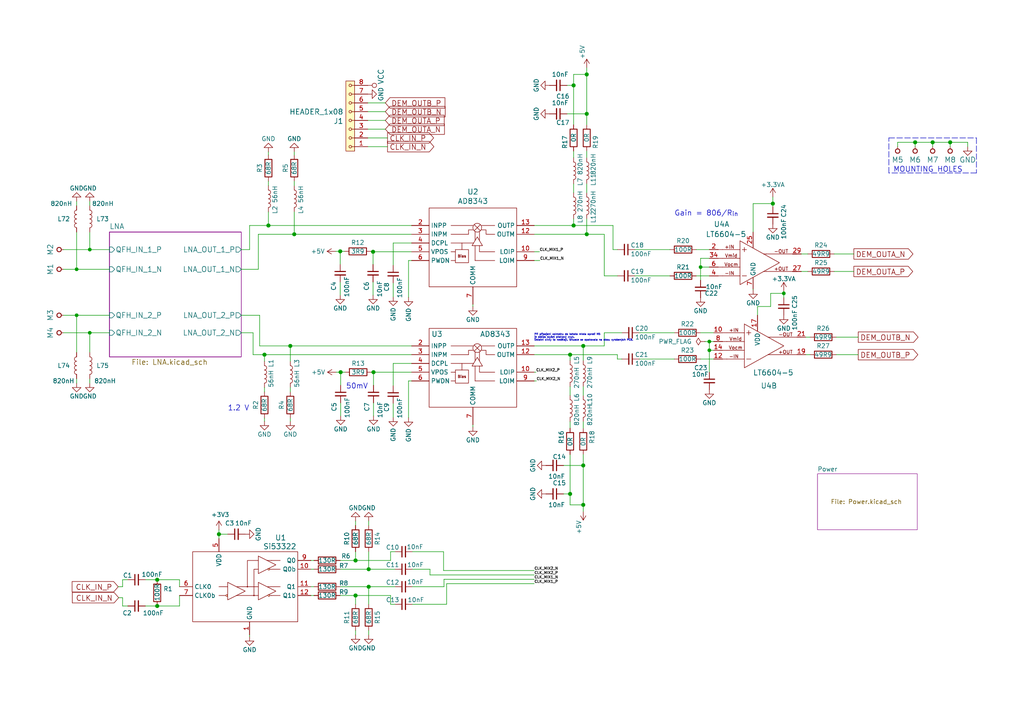
<source format=kicad_sch>
(kicad_sch (version 20211123) (generator eeschema)
  (paper "A4")
  (title_block (title "QFHMIX01E") (date "2022-07-31") (company "kaklik@mlab.cz") (comment 2 "Frontend for QFH active antenna"))
  (junction (at 108.204 73.025) (diameter 1.016))
  (junction (at 22.225 91.44))
  (junction (at 170.18 21.59) (diameter 1.016))
  (junction (at 63.5 154.94) (diameter 1.016))
  (junction (at 203.2 77.47))
  (junction (at 166.37 65.405) (diameter 1.016))
  (junction (at 84.201 100.33) (diameter 1.016))
  (junction (at 275.59 41.275) (diameter 1.016))
  (junction (at 77.851 65.405) (diameter 1.016))
  (junction (at 166.37 24.765) (diameter 1.016))
  (junction (at 205.74 101.6))
  (junction (at 76.708 102.87) (diameter 1.016))
  (junction (at 103.124 162.56) (diameter 1.016))
  (junction (at 165.354 102.87) (diameter 1.016))
  (junction (at 270.51 41.275) (diameter 1.016))
  (junction (at 26.035 96.52))
  (junction (at 103.124 172.72) (diameter 1.016))
  (junction (at 106.934 170.18) (diameter 1.016))
  (junction (at 22.225 78.105))
  (junction (at 98.679 72.898) (diameter 1.016))
  (junction (at 170.18 33.02) (diameter 1.016))
  (junction (at 205.74 99.06))
  (junction (at 265.43 41.275) (diameter 1.016))
  (junction (at 227.33 85.09))
  (junction (at 98.806 107.95) (diameter 1.016))
  (junction (at 169.164 135.001) (diameter 1.016))
  (junction (at 106.934 165.1) (diameter 1.016))
  (junction (at 169.164 100.33) (diameter 1.016))
  (junction (at 165.354 143.256) (diameter 1.016))
  (junction (at 108.331 107.95) (diameter 1.016))
  (junction (at 26.035 72.39))
  (junction (at 45.593 168.148) (diameter 1.016))
  (junction (at 224.155 59.055) (diameter 1.016))
  (junction (at 169.164 146.431) (diameter 1.016))
  (junction (at 170.18 67.945) (diameter 1.016))
  (junction (at 45.593 175.768) (diameter 1.016))
  (junction (at 85.344 67.945) (diameter 1.016))
  (wire (pts (xy 22.225 67.31) (xy 22.225 78.105)))
  (wire (pts (xy 154.94 73.025) (xy 156.464 73.025)))
  (wire (pts (xy 75.311 100.33) (xy 75.311 91.44)))
  (wire (pts (xy 154.94 75.565) (xy 156.591 75.565)))
  (wire (pts (xy 166.37 21.59) (xy 166.37 24.765)))
  (polyline (pts (xy 283.21 40.005) (xy 283.21 50.165)) (stroke (width 0) (type dash)))
  (wire (pts (xy 166.37 43.815) (xy 166.37 45.72)))
  (wire (pts (xy 170.18 19.685) (xy 170.18 21.59)))
  (wire (pts (xy 124.714 166.751) (xy 124.714 165.1)))
  (wire (pts (xy 72.39 65.405) (xy 72.39 72.39)))
  (wire (pts (xy 124.714 166.751) (xy 154.94 166.751)))
  (wire (pts (xy 169.164 114.681) (xy 169.164 112.141)))
  (wire (pts (xy 205.74 101.6) (xy 207.01 101.6)))
  (wire (pts (xy 165.354 146.431) (xy 169.164 146.431)))
  (wire (pts (xy 233.68 97.79) (xy 234.95 97.79)))
  (wire (pts (xy 108.204 73.025) (xy 108.204 72.898)))
  (wire (pts (xy 106.934 152.4) (xy 106.934 151.13)))
  (wire (pts (xy 106.934 165.1) (xy 114.554 165.1)))
  (wire (pts (xy 203.2 104.14) (xy 207.01 104.14)))
  (wire (pts (xy 26.035 59.69) (xy 26.035 58.42)))
  (wire (pts (xy 169.164 148.336) (xy 169.164 146.431)))
  (wire (pts (xy 84.201 122.174) (xy 84.201 121.285)))
  (polyline (pts (xy 257.81 40.005) (xy 283.21 40.005)) (stroke (width 0) (type dash)))
  (wire (pts (xy 106.934 182.88) (xy 106.934 184.15)))
  (wire (pts (xy 103.124 152.4) (xy 103.124 151.13)))
  (wire (pts (xy 154.94 102.87) (xy 165.354 102.87)))
  (wire (pts (xy 22.225 109.855) (xy 22.225 111.125)))
  (wire (pts (xy 177.8 65.405) (xy 177.8 72.39)))
  (wire (pts (xy 18.415 72.39) (xy 26.035 72.39)))
  (wire (pts (xy 106.68 40.005) (xy 112.395 40.005)))
  (wire (pts (xy 170.18 53.34) (xy 170.18 55.88)))
  (wire (pts (xy 242.57 97.79) (xy 248.92 97.79)))
  (wire (pts (xy 76.708 102.87) (xy 76.708 104.775)))
  (wire (pts (xy 76.708 122.174) (xy 76.708 121.285)))
  (wire (pts (xy 166.37 21.59) (xy 170.18 21.59)))
  (wire (pts (xy 170.18 63.5) (xy 170.18 67.945)))
  (wire (pts (xy 35.56 173.355) (xy 35.56 175.768)))
  (wire (pts (xy 42.164 175.768) (xy 45.593 175.768)))
  (wire (pts (xy 233.68 102.87) (xy 234.95 102.87)))
  (wire (pts (xy 164.465 33.02) (xy 170.18 33.02)))
  (wire (pts (xy 106.68 42.545) (xy 112.395 42.545)))
  (wire (pts (xy 175.26 96.52) (xy 175.26 100.33)))
  (wire (pts (xy 26.035 109.855) (xy 26.035 111.125)))
  (wire (pts (xy 201.93 72.39) (xy 205.74 72.39)))
  (wire (pts (xy 84.201 100.33) (xy 84.201 104.775)))
  (wire (pts (xy 35.56 168.148) (xy 37.084 168.148)))
  (wire (pts (xy 26.035 67.31) (xy 26.035 72.39)))
  (wire (pts (xy 280.67 42.545) (xy 280.67 41.275)))
  (wire (pts (xy 103.124 172.72) (xy 103.124 175.26)))
  (wire (pts (xy 169.164 100.33) (xy 175.26 100.33)))
  (wire (pts (xy 98.679 165.1) (xy 106.934 165.1)))
  (wire (pts (xy 203.2 77.47) (xy 205.74 77.47)))
  (wire (pts (xy 106.934 165.1) (xy 106.934 160.02)))
  (wire (pts (xy 119.634 170.18) (xy 128.778 170.18)))
  (wire (pts (xy 85.344 52.578) (xy 85.344 53.848)))
  (wire (pts (xy 107.696 107.95) (xy 108.331 107.95)))
  (wire (pts (xy 26.035 72.39) (xy 31.75 72.39)))
  (wire (pts (xy 119.38 105.41) (xy 114.046 105.41)))
  (wire (pts (xy 241.935 73.66) (xy 247.65 73.66)))
  (wire (pts (xy 180.34 96.52) (xy 175.26 96.52)))
  (wire (pts (xy 76.708 113.665) (xy 76.708 112.395)))
  (wire (pts (xy 98.806 107.95) (xy 100.076 107.95)))
  (wire (pts (xy 275.59 41.275) (xy 270.51 41.275)))
  (wire (pts (xy 98.806 107.95) (xy 98.806 111.76)))
  (wire (pts (xy 154.94 100.33) (xy 169.164 100.33)))
  (wire (pts (xy 52.07 175.768) (xy 52.07 172.72)))
  (wire (pts (xy 103.124 162.56) (xy 113.284 162.56)))
  (wire (pts (xy 119.634 175.26) (xy 129.54 175.26)))
  (wire (pts (xy 98.679 162.56) (xy 103.124 162.56)))
  (wire (pts (xy 166.37 53.34) (xy 166.37 55.88)))
  (wire (pts (xy 34.417 173.355) (xy 35.56 173.355)))
  (wire (pts (xy 76.708 102.87) (xy 73.406 102.87)))
  (wire (pts (xy 165.354 146.431) (xy 165.354 143.256)))
  (wire (pts (xy 227.33 85.09) (xy 227.33 86.36)))
  (wire (pts (xy 165.354 124.206) (xy 165.354 122.301)))
  (wire (pts (xy 108.204 73.025) (xy 108.204 76.708)))
  (wire (pts (xy 103.124 162.56) (xy 103.124 160.02)))
  (wire (pts (xy 63.5 153.67) (xy 63.5 154.94)))
  (wire (pts (xy 275.59 42.545) (xy 275.59 41.275)))
  (wire (pts (xy 154.94 107.95) (xy 155.448 107.95)))
  (wire (pts (xy 108.331 107.95) (xy 119.38 107.95)))
  (wire (pts (xy 179.07 104.14) (xy 179.07 102.87)))
  (wire (pts (xy 270.51 41.275) (xy 265.43 41.275)))
  (wire (pts (xy 203.2 74.93) (xy 205.74 74.93)))
  (wire (pts (xy 166.37 24.765) (xy 166.37 36.195)))
  (wire (pts (xy 26.035 96.52) (xy 26.035 102.235)))
  (wire (pts (xy 113.284 172.72) (xy 113.284 175.26)))
  (wire (pts (xy 18.415 91.44) (xy 22.225 91.44)))
  (wire (pts (xy 169.164 146.431) (xy 169.164 135.001)))
  (wire (pts (xy 175.26 80.01) (xy 179.07 80.01)))
  (wire (pts (xy 35.56 168.148) (xy 35.56 170.18)))
  (wire (pts (xy 205.74 101.6) (xy 205.74 107.95)))
  (wire (pts (xy 165.354 102.87) (xy 179.07 102.87)))
  (wire (pts (xy 77.851 65.405) (xy 72.39 65.405)))
  (wire (pts (xy 18.415 96.52) (xy 26.035 96.52)))
  (wire (pts (xy 114.046 105.41) (xy 114.046 111.887)))
  (wire (pts (xy 163.449 135.001) (xy 169.164 135.001)))
  (wire (pts (xy 22.225 78.105) (xy 31.75 78.105)))
  (wire (pts (xy 128.651 165.481) (xy 154.94 165.481)))
  (wire (pts (xy 90.17 165.1) (xy 91.059 165.1)))
  (wire (pts (xy 203.2 96.52) (xy 207.01 96.52)))
  (wire (pts (xy 90.17 162.56) (xy 91.059 162.56)))
  (wire (pts (xy 119.38 67.945) (xy 85.344 67.945)))
  (wire (pts (xy 224.155 57.15) (xy 224.155 59.055)))
  (wire (pts (xy 129.54 169.291) (xy 154.94 169.291)))
  (wire (pts (xy 224.155 59.944) (xy 224.155 59.055)))
  (wire (pts (xy 280.67 41.275) (xy 275.59 41.275)))
  (wire (pts (xy 84.201 100.33) (xy 75.311 100.33)))
  (wire (pts (xy 118.491 86.233) (xy 118.491 75.565)))
  (wire (pts (xy 108.204 81.788) (xy 108.204 85.598)))
  (wire (pts (xy 108.331 107.95) (xy 108.331 111.76)))
  (wire (pts (xy 108.331 116.84) (xy 108.331 120.65)))
  (wire (pts (xy 77.851 61.468) (xy 77.851 65.405)))
  (wire (pts (xy 241.935 78.74) (xy 247.65 78.74)))
  (wire (pts (xy 52.07 168.148) (xy 52.07 170.18)))
  (wire (pts (xy 106.68 29.845) (xy 111.76 29.845)))
  (wire (pts (xy 203.2 77.47) (xy 203.2 74.93)))
  (wire (pts (xy 166.37 63.5) (xy 166.37 65.405)))
  (wire (pts (xy 227.33 84.455) (xy 227.33 85.09)))
  (wire (pts (xy 90.17 170.18) (xy 91.059 170.18)))
  (wire (pts (xy 205.74 99.06) (xy 205.74 101.6)))
  (wire (pts (xy 76.708 102.87) (xy 119.38 102.87)))
  (wire (pts (xy 98.679 81.788) (xy 98.679 85.598)))
  (wire (pts (xy 166.37 65.405) (xy 177.8 65.405)))
  (wire (pts (xy 63.5 154.94) (xy 63.5 156.21)))
  (wire (pts (xy 265.43 41.275) (xy 260.35 41.275)))
  (wire (pts (xy 260.35 41.275) (xy 260.35 42.545)))
  (wire (pts (xy 128.778 170.18) (xy 128.778 168.021)))
  (wire (pts (xy 119.38 70.485) (xy 114.046 70.485)))
  (wire (pts (xy 164.465 24.765) (xy 166.37 24.765)))
  (wire (pts (xy 103.124 182.88) (xy 103.124 184.15)))
  (polyline (pts (xy 257.81 50.165) (xy 257.81 40.005)) (stroke (width 0) (type dash)))
  (wire (pts (xy 106.68 37.465) (xy 111.76 37.465)))
  (wire (pts (xy 201.93 80.01) (xy 205.74 80.01)))
  (wire (pts (xy 103.124 172.72) (xy 113.284 172.72)))
  (wire (pts (xy 154.94 67.945) (xy 170.18 67.945)))
  (wire (pts (xy 74.93 67.945) (xy 74.93 78.105)))
  (wire (pts (xy 204.47 99.06) (xy 205.74 99.06)))
  (wire (pts (xy 113.284 160.02) (xy 114.554 160.02)))
  (wire (pts (xy 218.44 59.055) (xy 224.155 59.055)))
  (wire (pts (xy 85.344 67.945) (xy 74.93 67.945)))
  (wire (pts (xy 119.38 73.025) (xy 108.204 73.025)))
  (wire (pts (xy 118.491 110.49) (xy 119.38 110.49)))
  (wire (pts (xy 22.225 102.235) (xy 22.225 91.44)))
  (wire (pts (xy 18.415 78.105) (xy 22.225 78.105)))
  (wire (pts (xy 137.16 88.265) (xy 137.16 88.9)))
  (wire (pts (xy 270.51 42.545) (xy 270.51 41.275)))
  (wire (pts (xy 45.593 175.768) (xy 52.07 175.768)))
  (wire (pts (xy 114.046 82.042) (xy 114.046 86.106)))
  (wire (pts (xy 232.41 78.74) (xy 234.315 78.74)))
  (wire (pts (xy 119.38 65.405) (xy 77.851 65.405)))
  (wire (pts (xy 113.284 162.56) (xy 113.284 160.02)))
  (wire (pts (xy 219.71 91.44) (xy 219.71 88.9)))
  (wire (pts (xy 118.491 121.158) (xy 118.491 110.49)))
  (wire (pts (xy 163.449 143.256) (xy 165.354 143.256)))
  (wire (pts (xy 26.035 96.52) (xy 31.75 96.52)))
  (wire (pts (xy 42.164 168.148) (xy 45.593 168.148)))
  (wire (pts (xy 107.569 72.898) (xy 108.204 72.898)))
  (wire (pts (xy 219.71 88.9) (xy 223.52 88.9)))
  (wire (pts (xy 154.94 65.405) (xy 166.37 65.405)))
  (wire (pts (xy 74.93 78.105) (xy 69.977 78.105)))
  (wire (pts (xy 170.18 33.02) (xy 170.18 36.195)))
  (wire (pts (xy 98.679 172.72) (xy 103.124 172.72)))
  (wire (pts (xy 128.651 165.481) (xy 128.651 160.02)))
  (wire (pts (xy 265.43 42.545) (xy 265.43 41.275)))
  (wire (pts (xy 170.18 43.815) (xy 170.18 45.72)))
  (wire (pts (xy 106.934 170.18) (xy 106.934 175.26)))
  (wire (pts (xy 129.54 175.26) (xy 129.54 169.291)))
  (wire (pts (xy 169.164 100.33) (xy 169.164 104.521)))
  (wire (pts (xy 97.536 107.95) (xy 98.806 107.95)))
  (wire (pts (xy 175.26 67.945) (xy 175.26 80.01)))
  (wire (pts (xy 137.16 123.19) (xy 137.16 123.825)))
  (wire (pts (xy 85.344 44.069) (xy 85.344 44.958)))
  (wire (pts (xy 223.52 88.9) (xy 223.52 85.09)))
  (wire (pts (xy 45.593 168.148) (xy 52.07 168.148)))
  (wire (pts (xy 223.52 85.09) (xy 227.33 85.09)))
  (wire (pts (xy 203.2 77.47) (xy 203.2 81.28)))
  (wire (pts (xy 22.225 91.44) (xy 31.75 91.44)))
  (wire (pts (xy 98.679 72.898) (xy 99.949 72.898)))
  (wire (pts (xy 242.57 102.87) (xy 248.92 102.87)))
  (wire (pts (xy 205.74 99.06) (xy 207.01 99.06)))
  (wire (pts (xy 119.38 100.33) (xy 84.201 100.33)))
  (wire (pts (xy 73.406 102.87) (xy 73.406 96.52)))
  (wire (pts (xy 154.94 110.49) (xy 155.575 110.49)))
  (wire (pts (xy 165.354 102.87) (xy 165.354 104.521)))
  (wire (pts (xy 118.491 75.565) (xy 119.38 75.565)))
  (wire (pts (xy 22.225 59.69) (xy 22.225 58.42)))
  (wire (pts (xy 77.851 52.578) (xy 77.851 53.848)))
  (wire (pts (xy 90.17 172.72) (xy 91.059 172.72)))
  (wire (pts (xy 119.634 160.02) (xy 128.651 160.02)))
  (wire (pts (xy 169.164 124.206) (xy 169.164 122.301)))
  (wire (pts (xy 106.68 32.385) (xy 111.76 32.385)))
  (wire (pts (xy 169.164 135.001) (xy 169.164 131.826)))
  (wire (pts (xy 106.68 34.925) (xy 111.76 34.925)))
  (wire (pts (xy 114.046 70.485) (xy 114.046 76.962)))
  (wire (pts (xy 177.8 72.39) (xy 179.07 72.39)))
  (wire (pts (xy 75.311 91.44) (xy 69.977 91.44)))
  (wire (pts (xy 232.41 73.66) (xy 234.315 73.66)))
  (wire (pts (xy 185.42 104.14) (xy 195.58 104.14)))
  (wire (pts (xy 170.18 67.945) (xy 175.26 67.945)))
  (wire (pts (xy 34.29 170.18) (xy 35.56 170.18)))
  (wire (pts (xy 85.344 61.468) (xy 85.344 67.945)))
  (wire (pts (xy 98.679 72.898) (xy 98.679 76.708)))
  (wire (pts (xy 72.39 72.39) (xy 69.977 72.39)))
  (wire (pts (xy 218.44 83.82) (xy 218.44 84.074)))
  (wire (pts (xy 98.806 116.84) (xy 98.806 120.65)))
  (wire (pts (xy 106.934 170.18) (xy 114.554 170.18)))
  (wire (pts (xy 119.634 165.1) (xy 124.714 165.1)))
  (wire (pts (xy 113.284 175.26) (xy 114.554 175.26)))
  (wire (pts (xy 184.15 72.39) (xy 194.31 72.39)))
  (wire (pts (xy 114.046 116.967) (xy 114.046 121.031)))
  (wire (pts (xy 66.04 154.94) (xy 63.5 154.94)))
  (wire (pts (xy 77.851 44.069) (xy 77.851 44.958)))
  (wire (pts (xy 180.34 104.14) (xy 179.07 104.14)))
  (wire (pts (xy 170.18 21.59) (xy 170.18 33.02)))
  (wire (pts (xy 98.679 170.18) (xy 106.934 170.18)))
  (wire (pts (xy 35.56 175.768) (xy 37.084 175.768)))
  (wire (pts (xy 218.44 67.31) (xy 218.44 59.055)))
  (wire (pts (xy 165.354 114.681) (xy 165.354 112.141)))
  (wire (pts (xy 73.406 96.52) (xy 69.977 96.52)))
  (wire (pts (xy 72.39 184.15) (xy 72.39 184.658)))
  (wire (pts (xy 97.409 72.898) (xy 98.679 72.898)))
  (wire (pts (xy 128.778 168.021) (xy 154.94 168.021)))
  (wire (pts (xy 165.354 143.256) (xy 165.354 131.826)))
  (wire (pts (xy 184.15 80.01) (xy 194.31 80.01)))
  (wire (pts (xy 84.201 113.665) (xy 84.201 112.395)))
  (wire (pts (xy 185.42 96.52) (xy 195.58 96.52)))
  (polyline (pts (xy 283.21 50.165) (xy 257.81 50.165)) (stroke (width 0) (type dash)))
  (text "50mV " (at 100.33 113.03 0) (effects (font (size 1.524 1.524)) (justify left bottom)))
  (text "1.2 V" (at 66.04 119.38 0) (effects (font (size 1.524 1.524)) (justify left bottom)))
  (text "Při připojení volmetru do tohoto místa oproti M5\nje občas slyšet písklavý zvuk.\nOstatní cívky to nedělají. Situace se opakovala na obou vyrobených PCB.  " (at 154.94 99.06 0) (effects (font (size 0.508 0.508)) (justify left bottom)))
  (text "MOUNTING HOLES" (at 259.08 50.165 0) (effects (font (size 1.524 1.524)) (justify left bottom)))
  (text "Gain = 806/R_{in}" (at 195.58 62.865 0) (effects (font (size 1.524 1.524)) (justify left bottom)))
  (label "CLK_MIX1_N" (at 156.591 75.565 0) (effects (font (size 0.762 0.762))))
  (label "CLK_MIX2_N" (at 155.575 110.49 0) (effects (font (size 0.762 0.762))))
  (label "CLK_MIX1_N" (at 154.94 168.021 0) (effects (font (size 0.762 0.762))))
  (label "CLK_MIX2_P" (at 155.448 107.95 0) (effects (font (size 0.762 0.762))))
  (label "CLK_MIX1_P" (at 154.94 169.291 0) (effects (font (size 0.762 0.762))))
  (label "CLK_MIX2_N" (at 154.94 165.481 0) (effects (font (size 0.762 0.762))))
  (label "CLK_MIX1_P" (at 156.464 73.025 0) (effects (font (size 0.762 0.762))))
  (label "CLK_MIX2_P" (at 154.94 166.751 0) (effects (font (size 0.762 0.762))))
  (global_label "DEM_OUTB_P" (shape input) (at 111.76 29.845 0) (effects (font (size 1.524 1.524))) (property "Intersheet References" "${INTERSHEET_REFS}" (effects hide)))
  (global_label "CLK_IN_P" (shape input) (at 34.29 170.18 180) (effects (font (size 1.524 1.524))) (property "Intersheet References" "${INTERSHEET_REFS}" (effects hide)))
  (global_label "DEM_OUTA_N" (shape input) (at 111.76 37.465 0) (effects (font (size 1.524 1.524))) (property "Intersheet References" "${INTERSHEET_REFS}" (effects hide)))
  (global_label "CLK_IN_P" (shape output) (at 112.395 40.005 0) (effects (font (size 1.524 1.524))) (property "Intersheet References" "${INTERSHEET_REFS}" (effects hide)))
  (global_label "DEM_OUTA_P" (shape input) (at 111.76 34.925 0) (effects (font (size 1.524 1.524))) (property "Intersheet References" "${INTERSHEET_REFS}" (effects hide)))
  (global_label "DEM_OUTB_N" (shape output) (at 248.92 97.79 0) (effects (font (size 1.524 1.524))) (property "Intersheet References" "${INTERSHEET_REFS}" (effects hide)))
  (global_label "DEM_OUTB_P" (shape output) (at 248.92 102.87 0) (effects (font (size 1.524 1.524))) (property "Intersheet References" "${INTERSHEET_REFS}" (effects hide)))
  (global_label "DEM_OUTB_N" (shape input) (at 111.76 32.385 0) (effects (font (size 1.524 1.524))) (property "Intersheet References" "${INTERSHEET_REFS}" (effects hide)))
  (global_label "CLK_IN_N" (shape output) (at 112.395 42.545 0) (effects (font (size 1.524 1.524))) (property "Intersheet References" "${INTERSHEET_REFS}" (effects hide)))
  (global_label "DEM_OUTA_P" (shape output) (at 247.65 78.74 0) (effects (font (size 1.524 1.524))) (property "Intersheet References" "${INTERSHEET_REFS}" (effects hide)))
  (global_label "DEM_OUTA_N" (shape output) (at 247.65 73.66 0) (effects (font (size 1.524 1.524))) (property "Intersheet References" "${INTERSHEET_REFS}" (effects hide)))
  (global_label "CLK_IN_N" (shape input) (at 34.417 173.355 180) (effects (font (size 1.524 1.524))) (property "Intersheet References" "${INTERSHEET_REFS}" (effects hide)))
  (symbol (lib_id "QFHMIX01C-rescue:HOLE-MLAB_MECHANICAL") (at 260.35 43.815 90) (unit 1)
    (property "Reference" "M5" (at 260.35 46.355 90) (effects (font (size 1.524 1.524))))
    (property "Value" "HOLE" (effects hide))
    (property "Footprint" "Mlab_Mechanical:MountingHole_3mm" (effects hide))
  )
  (symbol (lib_id "QFHMIX01C-rescue:HOLE-MLAB_MECHANICAL") (at 265.43 43.815 90) (unit 1)
    (property "Reference" "M6" (at 265.43 46.355 90) (effects (font (size 1.524 1.524))))
    (property "Value" "HOLE" (effects hide))
    (property "Footprint" "Mlab_Mechanical:MountingHole_3mm" (effects hide))
  )
  (symbol (lib_id "QFHMIX01C-rescue:HOLE-MLAB_MECHANICAL") (at 270.51 43.815 90) (unit 1)
    (property "Reference" "M7" (at 270.51 46.355 90) (effects (font (size 1.524 1.524))))
    (property "Value" "HOLE" (effects hide))
    (property "Footprint" "Mlab_Mechanical:MountingHole_3mm" (effects hide))
  )
  (symbol (lib_id "QFHMIX01C-rescue:HOLE-MLAB_MECHANICAL") (at 275.59 43.815 90) (unit 1)
    (property "Reference" "M8" (at 275.59 46.355 90) (effects (font (size 1.524 1.524))))
    (property "Value" "HOLE" (effects hide))
    (property "Footprint" "Mlab_Mechanical:MountingHole_3mm" (effects hide))
  )
  (symbol (lib_id "QFHMIX01C-rescue:GND-power-QFHMIX01B-rescue") (at 280.67 42.545 0) (unit 1)
    (property "Reference" "#PWR041" (effects hide))
    (property "Value" "GND" (at 280.67 46.355 0) (effects (font (size 1.524 1.524))))
  )
  (symbol (lib_id "QFHMIX01C-rescue:R-device-QFHMIX01B-rescue") (at 198.12 72.39 270) (unit 1)
    (property "Reference" "R20" (at 198.12 69.85 90))
    (property "Value" "100R" (at 198.12 72.39 90))
    (property "Footprint" "Resistor_SMD:R_0603_1608Metric" (effects hide))
    (property "UST_ID" "5c70984512875079b91f8956" (effects hide))
  )
  (symbol (lib_id "QFHMIX01C-rescue:R-device-QFHMIX01B-rescue") (at 198.12 80.01 270) (unit 1)
    (property "Reference" "R21" (at 198.12 77.47 90))
    (property "Value" "100R" (at 198.12 80.01 90))
    (property "Footprint" "Resistor_SMD:R_0603_1608Metric" (effects hide))
    (property "UST_ID" "5c70984512875079b91f8956" (effects hide))
  )
  (symbol (lib_id "QFHMIX01C-rescue:R-device-QFHMIX01B-rescue") (at 199.39 96.52 270) (unit 1)
    (property "Reference" "R22" (at 199.39 93.98 90))
    (property "Value" "100R" (at 199.39 96.52 90))
    (property "Footprint" "Resistor_SMD:R_0603_1608Metric" (effects hide))
    (property "UST_ID" "5c70984512875079b91f8956" (effects hide))
  )
  (symbol (lib_id "QFHMIX01C-rescue:R-device-QFHMIX01B-rescue") (at 199.39 104.14 270) (unit 1)
    (property "Reference" "R23" (at 199.39 101.6 90))
    (property "Value" "100R" (at 199.39 104.14 90))
    (property "Footprint" "Resistor_SMD:R_0603_1608Metric" (effects hide))
    (property "UST_ID" "5c70984512875079b91f8956" (effects hide))
  )
  (symbol (lib_id "QFHMIX01C-rescue:C_Small-device-QFHMIX01B-rescue") (at 117.094 170.18 90) (unit 1)
    (property "Reference" "C12" (at 115.824 168.91 90) (effects (justify left)))
    (property "Value" "10nF" (at 122.936 168.783 90) (effects (justify left)))
    (property "Footprint" "Capacitor_SMD:C_0603_1608Metric" (effects hide))
    (property "UST_ID" "5c70984812875079b91f8bef" (effects hide))
  )
  (symbol (lib_id "QFHMIX01C-rescue:C_Small-device-QFHMIX01B-rescue") (at 117.094 160.02 90) (unit 1)
    (property "Reference" "C10" (at 115.824 158.75 90) (effects (justify left)))
    (property "Value" "10nF" (at 122.809 158.623 90) (effects (justify left)))
    (property "Footprint" "Capacitor_SMD:C_0603_1608Metric" (effects hide))
    (property "UST_ID" "5c70984812875079b91f8bef" (effects hide))
  )
  (symbol (lib_id "QFHMIX01C-rescue:C_Small-device-QFHMIX01B-rescue") (at 117.094 175.26 90) (unit 1)
    (property "Reference" "C13" (at 115.824 173.99 90) (effects (justify left)))
    (property "Value" "10nF" (at 123.063 173.99 90) (effects (justify left)))
    (property "Footprint" "Capacitor_SMD:C_0603_1608Metric" (effects hide))
    (property "UST_ID" "5c70984812875079b91f8bef" (effects hide))
  )
  (symbol (lib_id "QFHMIX01C-rescue:+5V-power-QFHMIX01B-rescue") (at 97.409 72.898 90) (unit 1)
    (property "Reference" "#PWR08" (effects hide))
    (property "Value" "+5V" (at 94.234 72.898 90) (effects (justify left)))
  )
  (symbol (lib_id "QFHMIX01C-rescue:C_Small-device-QFHMIX01B-rescue") (at 114.046 79.502 0) (unit 1)
    (property "Reference" "C8" (at 112.141 84.582 90) (effects (justify left)))
    (property "Value" "100nF" (at 115.951 86.487 90) (effects (justify left)))
    (property "Footprint" "Capacitor_SMD:C_0603_1608Metric" (effects hide))
    (property "UST_ID" "5c70984812875079b91f8bf2" (effects hide))
  )
  (symbol (lib_id "QFHMIX01C-rescue:GND-power-QFHMIX01B-rescue") (at 137.16 88.9 0) (unit 1)
    (property "Reference" "#PWR024" (effects hide))
    (property "Value" "GND" (at 137.16 92.71 0))
  )
  (symbol (lib_id "QFHMIX01C-rescue:C_Small-device-QFHMIX01B-rescue") (at 68.58 154.94 90) (unit 1)
    (property "Reference" "C3" (at 67.945 151.765 90) (effects (justify left)))
    (property "Value" "10nF" (at 73.025 151.765 90) (effects (justify left)))
    (property "Footprint" "Capacitor_SMD:C_0603_1608Metric" (effects hide))
    (property "UST_ID" "5c70984812875079b91f8bef" (effects hide))
  )
  (symbol (lib_id "QFHMIX01C-rescue:GND-power-QFHMIX01B-rescue") (at 71.12 154.94 90) (unit 1)
    (property "Reference" "#PWR02" (effects hide))
    (property "Value" "GND" (at 74.93 154.94 0))
  )
  (symbol (lib_id "QFHMIX01C-rescue:R-device-QFHMIX01B-rescue") (at 94.869 162.56 270) (unit 1)
    (property "Reference" "R6" (at 100.33 161.29 90))
    (property "Value" "130R" (at 94.869 162.56 90))
    (property "Footprint" "Resistor_SMD:R_0603_1608Metric" (effects hide))
    (property "UST_ID" "5cd08b17128750448e4542b1" (effects hide))
  )
  (symbol (lib_id "QFHMIX01C-rescue:C_Small-device-QFHMIX01B-rescue") (at 161.925 24.765 270) (unit 1)
    (property "Reference" "C16" (at 161.29 27.94 90) (effects (justify left)))
    (property "Value" "10nF" (at 160.02 21.59 90) (effects (justify left)))
    (property "Footprint" "Capacitor_SMD:C_0603_1608Metric" (effects hide))
    (property "UST_ID" "5c70984812875079b91f8bef" (effects hide))
  )
  (symbol (lib_id "QFHMIX01C-rescue:C_Small-device-QFHMIX01B-rescue") (at 203.2 83.82 180) (unit 1)
    (property "Reference" "C22" (at 208.28 85.09 0) (effects (justify left)))
    (property "Value" "10nF" (at 209.55 83.185 0) (effects (justify left)))
    (property "Footprint" "Capacitor_SMD:C_0603_1608Metric" (effects hide))
    (property "UST_ID" "5c70984812875079b91f8bef" (effects hide))
  )
  (symbol (lib_id "QFHMIX01C-rescue:C_Small-device-QFHMIX01B-rescue") (at 205.74 110.49 0) (unit 1)
    (property "Reference" "C23" (at 201.295 106.68 0) (effects (justify left)))
    (property "Value" "10nF" (at 200.66 108.585 0) (effects (justify left)))
    (property "Footprint" "Capacitor_SMD:C_0603_1608Metric" (effects hide))
    (property "UST_ID" "5c70984812875079b91f8bef" (effects hide))
  )
  (symbol (lib_id "QFHMIX01C-rescue:GND-power-QFHMIX01B-rescue") (at 159.385 33.02 270) (unit 1)
    (property "Reference" "#PWR029" (effects hide))
    (property "Value" "GND" (at 155.575 33.02 0))
  )
  (symbol (lib_id "QFHMIX01C-rescue:C_Small-device-QFHMIX01B-rescue") (at 161.925 33.02 270) (unit 1)
    (property "Reference" "C17" (at 161.29 35.56 90) (effects (justify left)))
    (property "Value" "10nF" (at 160.02 29.845 90) (effects (justify left)))
    (property "Footprint" "Capacitor_SMD:C_0603_1608Metric" (effects hide))
    (property "UST_ID" "5c70984812875079b91f8bef" (effects hide))
  )
  (symbol (lib_id "QFHMIX01C-rescue:GND-power-QFHMIX01B-rescue") (at 159.385 24.765 270) (unit 1)
    (property "Reference" "#PWR028" (effects hide))
    (property "Value" "GND" (at 155.575 24.765 0))
  )
  (symbol (lib_id "QFHMIX01C-rescue:GND-power-QFHMIX01B-rescue") (at 205.74 113.03 0) (unit 1)
    (property "Reference" "#PWR033" (effects hide))
    (property "Value" "GND" (at 205.74 116.84 0))
  )
  (symbol (lib_id "QFHMIX01C-rescue:GND-power-QFHMIX01B-rescue") (at 203.2 86.36 0) (unit 1)
    (property "Reference" "#PWR032" (effects hide))
    (property "Value" "GND" (at 203.2 90.17 0))
  )
  (symbol (lib_id "QFHMIX01C-rescue:+5V-power-QFHMIX01B-rescue") (at 170.18 19.685 0) (unit 1)
    (property "Reference" "#PWR031" (effects hide))
    (property "Value" "+5V" (at 168.91 17.145 90) (effects (justify left)))
  )
  (symbol (lib_id "QFHMIX01C-rescue:C_Small-device-QFHMIX01B-rescue") (at 181.61 72.39 270) (unit 1)
    (property "Reference" "C18" (at 182.88 71.12 90) (effects (justify left)))
    (property "Value" "100nF" (at 182.88 73.66 90) (effects (justify left)))
    (property "Footprint" "Capacitor_SMD:C_0603_1608Metric" (effects hide))
    (property "UST_ID" "5c70984812875079b91f8bf2" (effects hide))
  )
  (symbol (lib_id "QFHMIX01C-rescue:C_Small-device-QFHMIX01B-rescue") (at 181.61 80.01 270) (unit 1)
    (property "Reference" "C19" (at 182.88 78.74 90) (effects (justify left)))
    (property "Value" "100nF" (at 182.88 81.28 90) (effects (justify left)))
    (property "Footprint" "Capacitor_SMD:C_0603_1608Metric" (effects hide))
    (property "UST_ID" "5c70984812875079b91f8bf2" (effects hide))
  )
  (symbol (lib_id "QFHMIX01C-rescue:C_Small-device-QFHMIX01B-rescue") (at 182.88 96.52 270) (unit 1)
    (property "Reference" "C20" (at 184.15 95.25 90) (effects (justify left)))
    (property "Value" "100nF" (at 184.15 97.79 90) (effects (justify left)))
    (property "Footprint" "Capacitor_SMD:C_0603_1608Metric" (effects hide))
    (property "UST_ID" "5c70984812875079b91f8bf2" (effects hide))
  )
  (symbol (lib_id "QFHMIX01C-rescue:C_Small-device-QFHMIX01B-rescue") (at 182.88 104.14 270) (unit 1)
    (property "Reference" "C21" (at 184.15 102.87 90) (effects (justify left)))
    (property "Value" "100nF" (at 184.15 105.41 90) (effects (justify left)))
    (property "Footprint" "Capacitor_SMD:C_0603_1608Metric" (effects hide))
    (property "UST_ID" "5c70984812875079b91f8bf2" (effects hide))
  )
  (symbol (lib_id "QFHMIX01C-rescue:GND-power-QFHMIX01B-rescue") (at 114.046 86.106 0) (unit 1)
    (property "Reference" "#PWR020" (effects hide))
    (property "Value" "GND" (at 114.046 91.186 90))
  )
  (symbol (lib_id "QFHMIX01C-rescue:C_Small-device-QFHMIX01B-rescue") (at 224.155 62.484 0) (unit 1)
    (property "Reference" "C24" (at 227.33 63.119 90) (effects (justify left)))
    (property "Value" "100nF" (at 227.33 69.469 90) (effects (justify left)))
    (property "Footprint" "Capacitor_SMD:C_0603_1608Metric" (effects hide))
    (property "UST_ID" "5c70984812875079b91f8bf2" (effects hide))
  )
  (symbol (lib_id "QFHMIX01C-rescue:GND-power-QFHMIX01B-rescue") (at 224.155 65.024 0) (unit 1)
    (property "Reference" "#PWR036" (effects hide))
    (property "Value" "GND" (at 224.155 68.834 0))
  )
  (symbol (lib_id "QFHMIX01C-rescue:GND-power-QFHMIX01B-rescue") (at 218.44 84.074 0) (unit 1)
    (property "Reference" "#PWR034" (effects hide))
    (property "Value" "GND" (at 218.44 87.884 0))
  )
  (symbol (lib_id "QFHMIX01C-rescue:R-device-QFHMIX01B-rescue") (at 103.124 156.21 0) (unit 1)
    (property "Reference" "R10" (at 100.584 156.21 90))
    (property "Value" "68R" (at 103.124 156.21 90))
    (property "Footprint" "Resistor_SMD:R_0603_1608Metric" (effects hide))
    (property "UST_ID" "60d3338b128750016518cad5" (effects hide))
  )
  (symbol (lib_id "QFHMIX01C-rescue:R-device-QFHMIX01B-rescue") (at 106.934 156.21 0) (unit 1)
    (property "Reference" "R14" (at 109.474 156.21 90))
    (property "Value" "68R" (at 106.934 156.21 90))
    (property "Footprint" "Resistor_SMD:R_0603_1608Metric" (effects hide))
    (property "UST_ID" "60d3338b128750016518cad5" (effects hide))
  )
  (symbol (lib_id "QFHMIX01C-rescue:C_Small-device-QFHMIX01B-rescue") (at 227.33 88.9 0) (unit 1)
    (property "Reference" "C25" (at 230.505 89.535 90) (effects (justify left)))
    (property "Value" "100nF" (at 230.505 95.885 90) (effects (justify left)))
    (property "Footprint" "Capacitor_SMD:C_0603_1608Metric" (effects hide))
    (property "UST_ID" "5c70984812875079b91f8bf2" (effects hide))
  )
  (symbol (lib_id "QFHMIX01C-rescue:GND-power-QFHMIX01B-rescue") (at 227.33 91.44 0) (unit 1)
    (property "Reference" "#PWR038" (effects hide))
    (property "Value" "GND" (at 227.33 95.25 0))
  )
  (symbol (lib_id "QFHMIX01C-rescue:C_Small-device-QFHMIX01B-rescue") (at 117.094 165.1 90) (unit 1)
    (property "Reference" "C11" (at 115.824 163.83 90) (effects (justify left)))
    (property "Value" "10nF" (at 122.936 163.83 90) (effects (justify left)))
    (property "Footprint" "Capacitor_SMD:C_0603_1608Metric" (effects hide))
    (property "UST_ID" "5c70984812875079b91f8bef" (effects hide))
  )
  (symbol (lib_id "QFHMIX01C-rescue:HEADER_1x08-MLAB_HEADER") (at 101.6 33.655 180) (unit 1)
    (property "Reference" "J1" (at 99.6188 35.1282 0) (effects (font (size 1.524 1.524)) (justify left)))
    (property "Value" "HEADER_1x08" (at 99.6188 32.4358 0) (effects (font (size 1.524 1.524)) (justify left)))
    (property "Footprint" "Mlab_CON:IDC381-8-110" (effects hide))
    (property "Datasheet" "https://www.tme.eu/Document/4e9cf481f3d9b179aa09f3a743bc9b2b/IDC381-x-110_KRONE.pdf" (effects hide))
    (property "UST_ID" "5c70984712875079b91f8b89" (effects hide))
  )
  (symbol (lib_id "QFHMIX01C-rescue:GND-power-QFHMIX01B-rescue") (at 106.68 27.305 90) (unit 1)
    (property "Reference" "#PWR015" (effects hide))
    (property "Value" "GND" (at 110.49 27.305 0))
  )
  (symbol (lib_id "QFHMIX01C-rescue:R-device-QFHMIX01B-rescue") (at 103.124 179.07 0) (unit 1)
    (property "Reference" "R11" (at 100.584 179.07 90))
    (property "Value" "68R" (at 103.124 179.07 90))
    (property "Footprint" "Resistor_SMD:R_0603_1608Metric" (effects hide))
    (property "UST_ID" "60d3338b128750016518cad5" (effects hide))
  )
  (symbol (lib_id "QFHMIX01C-rescue:R-device-QFHMIX01B-rescue") (at 106.934 179.07 0) (unit 1)
    (property "Reference" "R15" (at 109.474 179.07 90))
    (property "Value" "68R" (at 106.934 179.07 90))
    (property "Footprint" "Resistor_SMD:R_0603_1608Metric" (effects hide))
    (property "UST_ID" "60d3338b128750016518cad5" (effects hide))
  )
  (symbol (lib_id "QFHMIX01C-rescue:VCC-power-QFHMIX01B-rescue") (at 106.68 24.765 270) (unit 1)
    (property "Reference" "#PWR014" (effects hide))
    (property "Value" "VCC" (at 110.49 22.225 0) (effects (font (size 1.524 1.524))))
  )
  (symbol (lib_id "QFHMIX01C-rescue:GND-power-QFHMIX01B-rescue") (at 103.124 184.15 0) (unit 1)
    (property "Reference" "#PWR013" (effects hide))
    (property "Value" "GND" (at 103.124 187.96 0))
  )
  (symbol (lib_id "QFHMIX01C-rescue:GND-power-QFHMIX01B-rescue") (at 106.934 184.15 0) (unit 1)
    (property "Reference" "#PWR017" (effects hide))
    (property "Value" "GND" (at 106.934 187.96 0))
  )
  (symbol (lib_id "QFHMIX01C-rescue:GND-power-QFHMIX01B-rescue") (at 103.124 151.13 180) (unit 1)
    (property "Reference" "#PWR012" (effects hide))
    (property "Value" "GND" (at 103.124 147.32 0))
  )
  (symbol (lib_id "QFHMIX01C-rescue:GND-power-QFHMIX01B-rescue") (at 106.934 151.13 180) (unit 1)
    (property "Reference" "#PWR016" (effects hide))
    (property "Value" "GND" (at 106.934 147.32 0))
  )
  (symbol (lib_id "QFHMIX01C-rescue:+3V3-power-QFHMIX01B-rescue") (at 63.5 153.67 0) (unit 1)
    (property "Reference" "#PWR01" (effects hide))
    (property "Value" "+3V3" (at 63.881 149.2758 0))
  )
  (symbol (lib_id "QFHMIX01C-rescue:C_Small-device-QFHMIX01B-rescue") (at 39.624 168.148 90) (unit 1)
    (property "Reference" "C1" (at 38.354 166.878 90) (effects (justify left)))
    (property "Value" "100nF" (at 47.117 166.624 90) (effects (justify left)))
    (property "Footprint" "Capacitor_SMD:C_0603_1608Metric" (effects hide))
    (property "UST_ID" "5c70984812875079b91f8bf2" (effects hide))
  )
  (symbol (lib_id "QFHMIX01C-rescue:C_Small-device-QFHMIX01B-rescue") (at 39.624 175.768 90) (unit 1)
    (property "Reference" "C2" (at 38.227 177.8 90) (effects (justify left)))
    (property "Value" "100nF" (at 47.498 177.8 90) (effects (justify left)))
    (property "Footprint" "Capacitor_SMD:C_0603_1608Metric" (effects hide))
    (property "UST_ID" "5c70984812875079b91f8bf2" (effects hide))
  )
  (symbol (lib_id "QFHMIX01C-rescue:L-device-QFHMIX01B-rescue") (at 166.37 59.69 0) (unit 1)
    (property "Reference" "L8" (at 168.275 64.77 90) (effects (justify left)))
    (property "Value" "270nH" (at 168.275 61.595 90) (effects (justify left)))
    (property "Footprint" "Inductor_SMD:L_0805_2012Metric_Pad1.15x1.40mm_HandSolder" (effects hide))
    (property "UST_ID" "5cd08d9d128750448e4542fe" (effects hide))
  )
  (symbol (lib_id "QFHMIX01C-rescue:L-device-QFHMIX01B-rescue") (at 170.18 59.69 0) (unit 1)
    (property "Reference" "L12" (at 172.085 64.77 90) (effects (justify left)))
    (property "Value" "270nH" (at 172.085 61.595 90) (effects (justify left)))
    (property "Footprint" "Inductor_SMD:L_0805_2012Metric_Pad1.15x1.40mm_HandSolder" (effects hide))
    (property "UST_ID" "5cd08d9d128750448e4542fe" (effects hide))
  )
  (symbol (lib_id "QFHMIX01C-rescue:R-device-QFHMIX01B-rescue") (at 238.125 73.66 270) (unit 1)
    (property "Reference" "R24" (at 238.125 71.12 90))
    (property "Value" "49R9" (at 238.125 73.66 90))
    (property "Footprint" "Resistor_SMD:R_0603_1608Metric" (effects hide))
    (property "UST_ID" "5cd0970e128750448e454388" (effects hide))
  )
  (symbol (lib_id "QFHMIX01C-rescue:R-device-QFHMIX01B-rescue") (at 238.125 78.74 270) (unit 1)
    (property "Reference" "R25" (at 238.125 76.2 90))
    (property "Value" "49R9" (at 238.125 78.74 90))
    (property "Footprint" "Resistor_SMD:R_0603_1608Metric" (effects hide))
    (property "UST_ID" "5cd0970e128750448e454388" (effects hide))
  )
  (symbol (lib_id "QFHMIX01C-rescue:R-device-QFHMIX01B-rescue") (at 238.76 102.87 270) (unit 1)
    (property "Reference" "R27" (at 238.76 100.33 90))
    (property "Value" "49R9" (at 238.76 102.87 90))
    (property "Footprint" "Resistor_SMD:R_0603_1608Metric" (effects hide))
    (property "UST_ID" "5cd0970e128750448e454388" (effects hide))
  )
  (symbol (lib_id "QFHMIX01C-rescue:R-device-QFHMIX01B-rescue") (at 238.76 97.79 270) (unit 1)
    (property "Reference" "R26" (at 238.76 95.25 90))
    (property "Value" "49R9" (at 238.76 97.79 90))
    (property "Footprint" "Resistor_SMD:R_0603_1608Metric" (effects hide))
    (property "UST_ID" "5cd0970e128750448e454388" (effects hide))
  )
  (symbol (lib_id "QFHMIX01C-rescue:HOLE-MLAB_MECHANICAL") (at 17.145 72.39 0) (unit 1)
    (property "Reference" "M2" (at 14.605 72.39 90) (effects (font (size 1.524 1.524))))
    (property "Value" "HOLE" (effects hide))
    (property "Footprint" "Mlab_Mechanical:WA-SMSI_SMT_Steel_Spacer" (effects hide))
  )
  (symbol (lib_id "QFHMIX01C-rescue:HOLE-MLAB_MECHANICAL") (at 17.145 78.105 0) (unit 1)
    (property "Reference" "M1" (at 14.605 78.105 90) (effects (font (size 1.524 1.524))))
    (property "Value" "HOLE" (effects hide))
    (property "Footprint" "Mlab_Mechanical:WA-SMSI_SMT_Steel_Spacer" (effects hide))
  )
  (symbol (lib_id "QFHMIX01C-rescue:HOLE-MLAB_MECHANICAL") (at 17.145 91.44 0) (unit 1)
    (property "Reference" "M3" (at 14.605 91.44 90) (effects (font (size 1.524 1.524))))
    (property "Value" "HOLE" (effects hide))
    (property "Footprint" "Mlab_Mechanical:WA-SMSI_SMT_Steel_Spacer" (effects hide))
  )
  (symbol (lib_id "QFHMIX01C-rescue:HOLE-MLAB_MECHANICAL") (at 17.145 96.52 0) (unit 1)
    (property "Reference" "M4" (at 14.605 96.52 90) (effects (font (size 1.524 1.524))))
    (property "Value" "HOLE" (effects hide))
    (property "Footprint" "Mlab_Mechanical:WA-SMSI_SMT_Steel_Spacer" (effects hide))
  )
  (symbol (lib_id "Device:L") (at 85.344 57.658 0) (unit 1)
    (property "Reference" "L4" (at 87.249 62.103 90) (effects (justify left)))
    (property "Value" "56nH" (at 87.249 58.928 90) (effects (justify left)))
    (property "Footprint" "Inductor_SMD:L_0805_2012Metric_Pad1.15x1.40mm_HandSolder" (effects hide))
    (property "UST_ID" "5c70984812875079b91f8ba4" (effects hide))
  )
  (symbol (lib_id "QFHMIX01C-rescue:GND-power-QFHMIX01B-rescue") (at 77.851 44.069 180) (unit 1)
    (property "Reference" "#PWR05" (effects hide))
    (property "Value" "GND" (at 77.851 40.259 0))
  )
  (symbol (lib_id "QFHMIX01C-rescue:R-device-QFHMIX01B-rescue") (at 94.869 165.1 270) (unit 1)
    (property "Reference" "R7" (at 99.695 164.084 90))
    (property "Value" "130R" (at 94.869 165.1 90))
    (property "Footprint" "Resistor_SMD:R_0603_1608Metric" (effects hide))
    (property "UST_ID" "5cd08b17128750448e4542b1" (effects hide))
  )
  (symbol (lib_id "QFHMIX01C-rescue:GND-power-QFHMIX01B-rescue") (at 76.708 122.174 0) (mirror y) (unit 1)
    (property "Reference" "#PWR04" (effects hide))
    (property "Value" "GND" (at 76.708 125.984 0))
  )
  (symbol (lib_id "QFHMIX01C-rescue:R-device-QFHMIX01B-rescue") (at 103.759 72.898 90) (unit 1)
    (property "Reference" "R12" (at 103.759 70.358 90))
    (property "Value" "3R9" (at 103.759 72.898 90))
    (property "Footprint" "Resistor_SMD:R_0603_1608Metric" (effects hide))
    (property "UST_ID" "60d334b6128750016518cae8" (effects hide))
  )
  (symbol (lib_id "QFHMIX01C-rescue:GND-power-QFHMIX01B-rescue") (at 118.491 86.233 0) (unit 1)
    (property "Reference" "#PWR022" (effects hide))
    (property "Value" "GND" (at 118.491 91.313 90))
  )
  (symbol (lib_id "QFHMIX01C-rescue:GND-power-QFHMIX01B-rescue") (at 158.369 143.256 270) (mirror x) (unit 1)
    (property "Reference" "#PWR027" (effects hide))
    (property "Value" "GND" (at 154.559 143.256 0))
  )
  (symbol (lib_id "QFHMIX01C-rescue:L-device-QFHMIX01B-rescue") (at 165.354 108.331 0) (mirror x) (unit 1)
    (property "Reference" "L5" (at 167.259 103.251 90) (effects (justify left)))
    (property "Value" "270nH" (at 167.259 106.426 90) (effects (justify left)))
    (property "Footprint" "Inductor_SMD:L_0805_2012Metric_Pad1.15x1.40mm_HandSolder" (effects hide))
    (property "UST_ID" "5cd08d9d128750448e4542fe" (effects hide))
  )
  (symbol (lib_id "QFHMIX01C-rescue:GND-power-QFHMIX01B-rescue") (at 118.491 121.158 0) (unit 1)
    (property "Reference" "#PWR023" (effects hide))
    (property "Value" "GND" (at 118.491 126.238 90))
  )
  (symbol (lib_id "QFHMIX01C-rescue:R-device-QFHMIX01B-rescue") (at 103.886 107.95 90) (unit 1)
    (property "Reference" "R13" (at 103.886 105.41 90))
    (property "Value" "3R9" (at 103.886 107.95 90))
    (property "Footprint" "Resistor_SMD:R_0603_1608Metric" (effects hide))
    (property "UST_ID" "60d334b6128750016518cae8" (effects hide))
  )
  (symbol (lib_id "QFHMIX01C-rescue:C_Small-device-QFHMIX01B-rescue") (at 108.204 79.248 0) (unit 1)
    (property "Reference" "C6" (at 106.299 84.328 90) (effects (justify left)))
    (property "Value" "10nF" (at 110.109 86.233 90) (effects (justify left)))
    (property "Footprint" "Capacitor_SMD:C_0603_1608Metric" (effects hide))
    (property "UST_ID" "5c70984812875079b91f8bef" (effects hide))
  )
  (symbol (lib_id "QFHMIX01C-rescue:R-device-QFHMIX01B-rescue") (at 94.869 170.18 270) (unit 1)
    (property "Reference" "R8" (at 99.695 169.164 90))
    (property "Value" "130R" (at 94.869 170.18 90))
    (property "Footprint" "Resistor_SMD:R_0603_1608Metric" (effects hide))
    (property "UST_ID" "5cd08b17128750448e4542b1" (effects hide))
  )
  (symbol (lib_id "QFHMIX01C-rescue:C_Small-device-QFHMIX01B-rescue") (at 98.679 79.248 0) (unit 1)
    (property "Reference" "C4" (at 96.774 84.328 90) (effects (justify left)))
    (property "Value" "100nF" (at 100.584 86.233 90) (effects (justify left)))
    (property "Footprint" "Capacitor_SMD:C_0603_1608Metric" (effects hide))
    (property "UST_ID" "5c70984812875079b91f8bf2" (effects hide))
  )
  (symbol (lib_id "QFHMIX01C-rescue:GND-power-QFHMIX01B-rescue") (at 84.201 122.174 0) (mirror y) (unit 1)
    (property "Reference" "#PWR06" (effects hide))
    (property "Value" "GND" (at 84.201 125.984 0))
  )
  (symbol (lib_id "QFHMIX01C-rescue:C_Small-device-QFHMIX01B-rescue") (at 108.331 114.3 0) (unit 1)
    (property "Reference" "C7" (at 106.426 119.38 90) (effects (justify left)))
    (property "Value" "10nF" (at 110.236 121.285 90) (effects (justify left)))
    (property "Footprint" "Capacitor_SMD:C_0603_1608Metric" (effects hide))
    (property "UST_ID" "5c70984812875079b91f8bef" (effects hide))
  )
  (symbol (lib_id "MLAB_IO:AD8343") (at 137.16 105.41 0) (unit 1)
    (property "Reference" "U3" (at 126.746 96.901 0) (effects (font (size 1.524 1.524))))
    (property "Value" "AD8343" (at 143.637 96.901 0) (effects (font (size 1.524 1.524))))
    (property "Footprint" "Package_SO:TSSOP-14_4.4x5mm_P0.65mm" (effects hide))
    (property "UST_ID" "5c70984612875079b91f89f7" (effects hide))
  )
  (symbol (lib_id "QFHMIX01C-rescue:L-device-QFHMIX01B-rescue") (at 169.164 108.331 0) (mirror x) (unit 1)
    (property "Reference" "L9" (at 171.069 103.251 90) (effects (justify left)))
    (property "Value" "270nH" (at 171.069 106.426 90) (effects (justify left)))
    (property "Footprint" "Inductor_SMD:L_0805_2012Metric_Pad1.15x1.40mm_HandSolder" (effects hide))
    (property "UST_ID" "5cd08d9d128750448e4542fe" (effects hide))
  )
  (symbol (lib_id "Device:L") (at 84.201 108.585 0) (mirror x) (unit 1)
    (property "Reference" "L3" (at 86.106 104.14 90) (effects (justify left)))
    (property "Value" "56nH" (at 86.106 107.315 90) (effects (justify left)))
    (property "Footprint" "Inductor_SMD:L_0805_2012Metric_Pad1.15x1.40mm_HandSolder" (effects hide))
    (property "UST_ID" "5c70984812875079b91f8ba4" (effects hide))
  )
  (symbol (lib_id "QFHMIX01C-rescue:L-device-QFHMIX01B-rescue") (at 26.035 106.045 0) (unit 1)
    (property "Reference" "L75" (at 27.94 106.045 0) (effects (justify left)))
    (property "Value" "820nH" (at 27.305 110.49 0) (effects (justify left)))
    (property "Footprint" "Inductor_SMD:L_0805_2012Metric_Pad1.15x1.40mm_HandSolder" (effects hide))
    (property "UST_ID" "5cd08f38128750448e45432f" (effects hide))
  )
  (symbol (lib_id "QFHMIX01C-rescue:L-device-QFHMIX01B-rescue") (at 22.225 63.5 180) (unit 1)
    (property "Reference" "L72" (at 20.32 63.5 0) (effects (justify left)))
    (property "Value" "820nH" (at 20.955 59.055 0) (effects (justify left)))
    (property "Footprint" "Inductor_SMD:L_0805_2012Metric_Pad1.15x1.40mm_HandSolder" (effects hide))
    (property "UST_ID" "5cd08f38128750448e45432f" (effects hide))
  )
  (symbol (lib_id "QFHMIX01C-rescue:R-device-QFHMIX01B-rescue") (at 76.708 117.475 0) (mirror y) (unit 1)
    (property "Reference" "R2" (at 74.168 117.475 90))
    (property "Value" "68R" (at 76.708 117.475 90))
    (property "Footprint" "Resistor_SMD:R_0603_1608Metric" (effects hide))
    (property "UST_ID" "60d3338b128750016518cad5" (effects hide))
  )
  (symbol (lib_id "QFHMIX01C-rescue:C_Small-device-QFHMIX01B-rescue") (at 160.909 143.256 270) (mirror x) (unit 1)
    (property "Reference" "C15" (at 160.274 140.081 90) (effects (justify left)))
    (property "Value" "10nF" (at 159.004 146.431 90) (effects (justify left)))
    (property "Footprint" "Capacitor_SMD:C_0603_1608Metric" (effects hide))
    (property "UST_ID" "5c70984812875079b91f8bef" (effects hide))
  )
  (symbol (lib_id "MLAB_IO:Si53322") (at 72.39 167.64 0) (unit 1)
    (property "Reference" "U1" (at 81.407 155.956 0) (effects (font (size 1.524 1.524))))
    (property "Value" "Si53322" (at 81.153 158.496 0) (effects (font (size 1.524 1.524))))
    (property "Footprint" "Package_DFN_QFN:QFN-16-1EP_3x3mm_P0.5mm_EP1.7x1.7mm_ThermalVias" (effects hide))
    (property "Datasheet" "https://www.skyworksinc.com/-/media/SkyWorks/SL/documents/public/data-sheets/Si5332x-datasheet.pdf" (effects hide))
    (property "UST_ID" "5c70984712875079b91f8b82" (effects hide))
  )
  (symbol (lib_id "QFHMIX01C-rescue:GND-power-QFHMIX01B-rescue") (at 22.225 58.42 0) (mirror x) (unit 1)
    (property "Reference" "#PWR035" (effects hide))
    (property "Value" "GND" (at 22.225 54.61 0))
  )
  (symbol (lib_id "power:+3.3VA") (at 224.155 57.15 0) (unit 1)
    (property "Reference" "#PWR0101" (effects hide))
    (property "Value" "+3.3VA" (at 224.155 53.5742 0))
  )
  (symbol (lib_id "Device:L") (at 77.851 57.658 0) (unit 1)
    (property "Reference" "L2" (at 79.756 62.103 90) (effects (justify left)))
    (property "Value" "56nH" (at 79.756 58.928 90) (effects (justify left)))
    (property "Footprint" "Inductor_SMD:L_0805_2012Metric_Pad1.15x1.40mm_HandSolder" (effects hide))
    (property "UST_ID" "5c70984812875079b91f8ba4" (effects hide))
  )
  (symbol (lib_id "QFHMIX01C-rescue:R-device-QFHMIX01B-rescue") (at 85.344 48.768 180) (unit 1)
    (property "Reference" "R5" (at 82.804 48.768 90))
    (property "Value" "68R" (at 85.344 48.768 90))
    (property "Footprint" "Resistor_SMD:R_0603_1608Metric" (effects hide))
    (property "UST_ID" "60d3338b128750016518cad5" (effects hide))
  )
  (symbol (lib_id "QFHMIX01C-rescue:R-device-QFHMIX01B-rescue") (at 84.201 117.475 0) (mirror y) (unit 1)
    (property "Reference" "R4" (at 81.661 117.475 90))
    (property "Value" "68R" (at 84.201 117.475 90))
    (property "Footprint" "Resistor_SMD:R_0603_1608Metric" (effects hide))
    (property "UST_ID" "60d3338b128750016518cad5" (effects hide))
  )
  (symbol (lib_id "QFHMIX01C-rescue:+5V-power-QFHMIX01B-rescue") (at 169.164 148.336 0) (mirror x) (unit 1)
    (property "Reference" "#PWR030" (effects hide))
    (property "Value" "+5V" (at 167.894 150.876 90) (effects (justify left)))
  )
  (symbol (lib_id "Device:L") (at 169.164 118.491 0) (mirror x) (unit 1)
    (property "Reference" "L10" (at 171.069 114.046 90) (effects (justify left)))
    (property "Value" "820nH" (at 171.069 117.221 90) (effects (justify left)))
    (property "Footprint" "Inductor_SMD:L_0805_2012Metric_Pad1.15x1.40mm_HandSolder" (effects hide))
    (property "UST_ID" "5cd08f38128750448e45432f" (effects hide))
  )
  (symbol (lib_id "QFHMIX01C-rescue:GND-power-QFHMIX01B-rescue") (at 72.39 184.658 0) (unit 1)
    (property "Reference" "#PWR03" (effects hide))
    (property "Value" "GND" (at 72.39 188.468 0))
  )
  (symbol (lib_id "Device:L") (at 76.708 108.585 0) (mirror x) (unit 1)
    (property "Reference" "L1" (at 78.613 104.14 90) (effects (justify left)))
    (property "Value" "56nH" (at 78.613 107.315 90) (effects (justify left)))
    (property "Footprint" "Inductor_SMD:L_0805_2012Metric_Pad1.15x1.40mm_HandSolder" (effects hide))
    (property "UST_ID" "5c70984812875079b91f8ba4" (effects hide))
  )
  (symbol (lib_id "QFHMIX01C-rescue:GND-power-QFHMIX01B-rescue") (at 98.679 85.598 0) (unit 1)
    (property "Reference" "#PWR010" (effects hide))
    (property "Value" "GND" (at 98.679 89.408 0))
  )
  (symbol (lib_id "QFHMIX01C-rescue:GND-power-QFHMIX01B-rescue") (at 26.035 58.42 0) (mirror x) (unit 1)
    (property "Reference" "#PWR037" (effects hide))
    (property "Value" "GND" (at 26.035 54.61 0))
  )
  (symbol (lib_id "QFHMIX01C-rescue:C_Small-device-QFHMIX01B-rescue") (at 98.806 114.3 0) (unit 1)
    (property "Reference" "C5" (at 96.901 119.38 90) (effects (justify left)))
    (property "Value" "100nF" (at 100.711 121.285 90) (effects (justify left)))
    (property "Footprint" "Capacitor_SMD:C_0603_1608Metric" (effects hide))
    (property "UST_ID" "5c70984812875079b91f8bf2" (effects hide))
  )
  (symbol (lib_id "QFHMIX01C-rescue:GND-power-QFHMIX01B-rescue") (at 85.344 44.069 180) (unit 1)
    (property "Reference" "#PWR07" (effects hide))
    (property "Value" "GND" (at 85.344 40.259 0))
  )
  (symbol (lib_id "QFHMIX01C-rescue:GND-power-QFHMIX01B-rescue") (at 114.046 121.031 0) (unit 1)
    (property "Reference" "#PWR021" (effects hide))
    (property "Value" "GND" (at 114.046 126.111 90))
  )
  (symbol (lib_id "QFHMIX01C-rescue:R-device-QFHMIX01B-rescue") (at 77.851 48.768 180) (unit 1)
    (property "Reference" "R3" (at 75.311 48.768 90))
    (property "Value" "68R" (at 77.851 48.768 90))
    (property "Footprint" "Resistor_SMD:R_0603_1608Metric" (effects hide))
    (property "UST_ID" "60d3338b128750016518cad5" (effects hide))
  )
  (symbol (lib_id "QFHMIX01C-rescue:GND-power-QFHMIX01B-rescue") (at 26.035 111.125 0) (mirror y) (unit 1)
    (property "Reference" "#PWR040" (effects hide))
    (property "Value" "GND" (at 26.035 114.935 0))
  )
  (symbol (lib_id "QFHMIX01C-rescue:GND-power-QFHMIX01B-rescue") (at 98.806 120.65 0) (unit 1)
    (property "Reference" "#PWR011" (effects hide))
    (property "Value" "GND" (at 98.806 124.46 0))
  )
  (symbol (lib_id "QFHMIX01C-rescue:L-device-QFHMIX01B-rescue") (at 22.225 106.045 0) (mirror y) (unit 1)
    (property "Reference" "L74" (at 20.32 106.045 0) (effects (justify left)))
    (property "Value" "820nH" (at 21.59 110.49 0) (effects (justify left)))
    (property "Footprint" "Inductor_SMD:L_0805_2012Metric_Pad1.15x1.40mm_HandSolder" (effects hide))
    (property "UST_ID" "5cd08f38128750448e45432f" (effects hide))
  )
  (symbol (lib_id "QFHMIX01C-rescue:GND-power-QFHMIX01B-rescue") (at 22.225 111.125 0) (mirror y) (unit 1)
    (property "Reference" "#PWR039" (effects hide))
    (property "Value" "GND" (at 22.225 114.935 0))
  )
  (symbol (lib_id "MLAB_IO:AD8343") (at 137.16 70.485 0) (unit 1)
    (property "Reference" "U2" (at 137.16 55.6285 0) (effects (font (size 1.524 1.524))))
    (property "Value" "AD8343" (at 137.16 58.3361 0) (effects (font (size 1.524 1.524))))
    (property "Footprint" "Package_SO:TSSOP-14_4.4x5mm_P0.65mm" (effects hide))
    (property "Datasheet" "https://www.analog.com/media/en/technical-documentation/data-sheets/AD8343.pdf" (effects hide))
    (property "UST_ID" "5c70984612875079b91f89f7" (effects hide))
  )
  (symbol (lib_id "Device:R") (at 169.164 128.016 0) (mirror x) (unit 1)
    (property "Reference" "R18" (at 171.704 124.841 90) (effects (justify left)))
    (property "Value" "0R" (at 169.164 126.746 90) (effects (justify left)))
    (property "Footprint" "Resistor_SMD:R_0603_1608Metric" (effects hide))
    (property "UST_ID" "5c70984512875079b91f894e" (effects hide))
  )
  (symbol (lib_id "MLAB_IO:LT6604-10") (at 219.71 83.82 0) (unit 1)
    (property "Reference" "U4" (at 209.296 65.024 0) (effects (font (size 1.524 1.524))))
    (property "Value" "LT6604-5" (at 210.566 67.945 0) (effects (font (size 1.524 1.524))))
    (property "Footprint" "Mlab_IO:UFF_QFN34" (effects hide))
    (property "Datasheet" "https://www.analog.com/media/en/technical-documentation/data-sheets/66045fa.pdf" (effects hide))
    (property "UST_ID" "5c70984712875079b91f8b83" (effects hide))
  )
  (symbol (lib_id "Device:R") (at 166.37 40.005 0) (unit 1)
    (property "Reference" "R17" (at 163.83 43.18 90) (effects (justify left)))
    (property "Value" "0R" (at 166.37 41.275 90) (effects (justify left)))
    (property "Footprint" "Resistor_SMD:R_0603_1608Metric" (effects hide))
    (property "UST_ID" "5c70984512875079b91f894e" (effects hide))
  )
  (symbol (lib_id "Device:R") (at 165.354 128.016 0) (mirror x) (unit 1)
    (property "Reference" "R16" (at 162.814 124.841 90) (effects (justify left)))
    (property "Value" "0R" (at 165.354 126.746 90) (effects (justify left)))
    (property "Footprint" "Resistor_SMD:R_0603_1608Metric" (effects hide))
    (property "UST_ID" "5c70984512875079b91f894e" (effects hide))
  )
  (symbol (lib_id "Device:L") (at 165.354 118.491 0) (mirror x) (unit 1)
    (property "Reference" "L6" (at 167.259 114.046 90) (effects (justify left)))
    (property "Value" "820nH" (at 167.259 117.221 90) (effects (justify left)))
    (property "Footprint" "Inductor_SMD:L_0805_2012Metric_Pad1.15x1.40mm_HandSolder" (effects hide))
    (property "UST_ID" "5cd08f38128750448e45432f" (effects hide))
  )
  (symbol (lib_id "QFHMIX01C-rescue:GND-power-QFHMIX01B-rescue") (at 137.16 123.825 0) (unit 1)
    (property "Reference" "#PWR025" (effects hide))
    (property "Value" "GND" (at 137.16 127.635 0))
  )
  (symbol (lib_id "QFHMIX01C-rescue:L-device-QFHMIX01B-rescue") (at 26.035 63.5 0) (mirror x) (unit 1)
    (property "Reference" "L73" (at 27.94 63.5 0) (effects (justify left)))
    (property "Value" "820nH" (at 26.67 59.055 0) (effects (justify left)))
    (property "Footprint" "Inductor_SMD:L_0805_2012Metric_Pad1.15x1.40mm_HandSolder" (effects hide))
    (property "UST_ID" "5cd08f38128750448e45432f" (effects hide))
  )
  (symbol (lib_name "MLAB_IO:LT6604-10_1") (lib_id "MLAB_IO:LT6604-10") (at 220.98 107.95 0) (unit 2)
    (property "Reference" "U4" (at 223.012 111.887 0) (effects (font (size 1.524 1.524))))
    (property "Value" "LT6604-5" (at 224.282 108.077 0) (effects (font (size 1.524 1.524))))
    (property "Footprint" "Mlab_IO:UFF_QFN34" (effects hide))
    (property "Datasheet" "https://www.analog.com/media/en/technical-documentation/data-sheets/66045fa.pdf" (effects hide))
    (property "UST_ID" "5c70984712875079b91f8b83" (effects hide))
  )
  (symbol (lib_id "QFHMIX01C-rescue:+5V-power-QFHMIX01B-rescue") (at 97.536 107.95 90) (unit 1)
    (property "Reference" "#PWR09" (effects hide))
    (property "Value" "+5V" (at 94.361 107.95 90) (effects (justify left)))
  )
  (symbol (lib_id "QFHMIX01C-rescue:R-device-QFHMIX01B-rescue") (at 94.869 172.72 270) (unit 1)
    (property "Reference" "R9" (at 99.695 171.704 90))
    (property "Value" "130R" (at 94.869 172.72 90))
    (property "Footprint" "Resistor_SMD:R_0603_1608Metric" (effects hide))
    (property "UST_ID" "5cd08b17128750448e4542b1" (effects hide))
  )
  (symbol (lib_id "power:+3.3VA") (at 227.33 84.455 0) (unit 1)
    (property "Reference" "#PWR0102" (effects hide))
    (property "Value" "+3.3VA" (at 227.33 80.8792 0))
  )
  (symbol (lib_id "Device:L") (at 166.37 49.53 0) (unit 1)
    (property "Reference" "L7" (at 168.275 53.975 90) (effects (justify left)))
    (property "Value" "820nH" (at 168.275 50.8 90) (effects (justify left)))
    (property "Footprint" "Inductor_SMD:L_0805_2012Metric_Pad1.15x1.40mm_HandSolder" (effects hide))
    (property "UST_ID" "5cd08f38128750448e45432f" (effects hide))
  )
  (symbol (lib_id "QFHMIX01C-rescue:GND-power-QFHMIX01B-rescue") (at 158.369 135.001 270) (mirror x) (unit 1)
    (property "Reference" "#PWR026" (effects hide))
    (property "Value" "GND" (at 154.559 135.001 0))
  )
  (symbol (lib_id "Device:L") (at 170.18 49.53 0) (unit 1)
    (property "Reference" "L11" (at 172.085 53.975 90) (effects (justify left)))
    (property "Value" "820nH" (at 172.085 50.8 90) (effects (justify left)))
    (property "Footprint" "Inductor_SMD:L_0805_2012Metric_Pad1.15x1.40mm_HandSolder" (effects hide))
    (property "UST_ID" "5cd08f38128750448e45432f" (effects hide))
  )
  (symbol (lib_id "QFHMIX01C-rescue:GND-power-QFHMIX01B-rescue") (at 108.331 120.65 0) (unit 1)
    (property "Reference" "#PWR019" (effects hide))
    (property "Value" "GND" (at 108.331 124.46 0))
  )
  (symbol (lib_id "QFHMIX01C-rescue:GND-power-QFHMIX01B-rescue") (at 108.204 85.598 0) (unit 1)
    (property "Reference" "#PWR018" (effects hide))
    (property "Value" "GND" (at 108.204 89.408 0))
  )
  (symbol (lib_id "power:PWR_FLAG") (at 204.47 99.06 90) (unit 1)
    (property "Reference" "#FLG0107" (effects hide))
    (property "Value" "PWR_FLAG" (at 200.66 99.0599 90) (effects (justify left)))
  )
  (symbol (lib_id "Device:R") (at 45.593 171.958 0) (unit 1)
    (property "Reference" "R1" (at 47.3711 170.8086 0) (effects (justify left)))
    (property "Value" "100R" (at 45.593 174.371 90) (effects (justify left)))
    (property "Footprint" "Resistor_SMD:R_0603_1608Metric" (effects hide))
    (property "UST_ID" "5c70984512875079b91f8956" (effects hide))
  )
  (symbol (lib_id "QFHMIX01C-rescue:C_Small-device-QFHMIX01B-rescue") (at 160.909 135.001 270) (mirror x) (unit 1)
    (property "Reference" "C14" (at 160.274 132.461 90) (effects (justify left)))
    (property "Value" "10nF" (at 159.004 138.176 90) (effects (justify left)))
    (property "Footprint" "Capacitor_SMD:C_0603_1608Metric" (effects hide))
    (property "UST_ID" "5c70984812875079b91f8bef" (effects hide))
  )
  (symbol (lib_id "QFHMIX01C-rescue:C_Small-device-QFHMIX01B-rescue") (at 114.046 114.427 0) (unit 1)
    (property "Reference" "C9" (at 112.141 119.507 90) (effects (justify left)))
    (property "Value" "100nF" (at 115.951 121.412 90) (effects (justify left)))
    (property "Footprint" "Capacitor_SMD:C_0603_1608Metric" (effects hide))
    (property "UST_ID" "5c70984812875079b91f8bf2" (effects hide))
  )
  (symbol (lib_id "Device:R") (at 170.18 40.005 0) (unit 1)
    (property "Reference" "R19" (at 172.72 43.18 90) (effects (justify left)))
    (property "Value" "0R" (at 170.18 41.275 90) (effects (justify left)))
    (property "Footprint" "Resistor_SMD:R_0603_1608Metric" (effects hide))
    (property "UST_ID" "5c70984512875079b91f894e" (effects hide))
  )
  (sheet (at 31.75 67.31) (size 38.227 36.195) (stroke (width 0) (color 132 0 132 1)) (fill (color 255 255 255 0.0000))
    (property "Sheet name" "LNA" (at 31.75 66.5475 0) (effects (font (size 1.524 1.524)) (justify left bottom)))
    (property "Sheet file" "LNA.kicad_sch" (at 38.1 104.14 0) (effects (font (size 1.524 1.524)) (justify left top)))
    (pin "QFH_IN_1_P" input (at 31.75 72.39 180) (effects (font (size 1.524 1.524))))
    (pin "QFH_IN_2_P" input (at 31.75 91.44 180) (effects (font (size 1.524 1.524))))
    (pin "QFH_IN_2_N" input (at 31.75 96.52 180) (effects (font (size 1.524 1.524))))
    (pin "LNA_OUT_1_P" output (at 69.977 72.39 0) (effects (font (size 1.524 1.524))))
    (pin "LNA_OUT_1_N" output (at 69.977 78.105 0) (effects (font (size 1.524 1.524))))
    (pin "LNA_OUT_2_P" output (at 69.977 91.44 0) (effects (font (size 1.524 1.524))))
    (pin "LNA_OUT_2_N" output (at 69.977 96.52 0) (effects (font (size 1.524 1.524))))
    (pin "QFH_IN_1_N" input (at 31.75 78.105 180) (effects (font (size 1.524 1.524))))
  )
  (sheet (at 237.109 137.4394) (size 28.956 16.2306) (stroke (width 0.001) (color 132 0 132 1)) (fill (color 255 255 255 0.0000))
    (property "Sheet name" "Power" (at 237.109 136.8035 0) (effects (justify left bottom)))
    (property "Sheet file" "Power.kicad_sch" (at 240.919 144.7809 0) (effects (justify left top)))
  )
)
</source>
